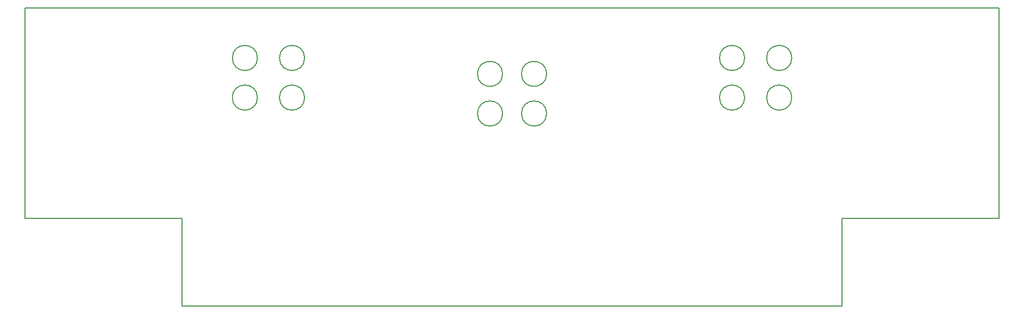
<source format=gm1>
G04 #@! TF.GenerationSoftware,KiCad,Pcbnew,(5.1.7)-1*
G04 #@! TF.CreationDate,2022-09-30T21:34:24+02:00*
G04 #@! TF.ProjectId,Endstufe,456e6473-7475-4666-952e-6b696361645f,rev?*
G04 #@! TF.SameCoordinates,Original*
G04 #@! TF.FileFunction,Profile,NP*
%FSLAX46Y46*%
G04 Gerber Fmt 4.6, Leading zero omitted, Abs format (unit mm)*
G04 Created by KiCad (PCBNEW (5.1.7)-1) date 2022-09-30 21:34:24*
%MOMM*%
%LPD*%
G01*
G04 APERTURE LIST*
G04 #@! TA.AperFunction,Profile*
%ADD10C,0.150000*%
G04 #@! TD*
G04 APERTURE END LIST*
D10*
X147000000Y-39280000D02*
G75*
G03*
X147000000Y-39280000I-2000000J0D01*
G01*
X139500000Y-39280000D02*
G75*
G03*
X139500000Y-39280000I-2000000J0D01*
G01*
X147000000Y-32960000D02*
G75*
G03*
X147000000Y-32960000I-2000000J0D01*
G01*
X139500000Y-32960000D02*
G75*
G03*
X139500000Y-32960000I-2000000J0D01*
G01*
X62000000Y-32960000D02*
G75*
G03*
X62000000Y-32960000I-2000000J0D01*
G01*
X62000000Y-39280000D02*
G75*
G03*
X62000000Y-39280000I-2000000J0D01*
G01*
X69500000Y-39280000D02*
G75*
G03*
X69500000Y-39280000I-2000000J0D01*
G01*
X69500000Y-32960000D02*
G75*
G03*
X69500000Y-32960000I-2000000J0D01*
G01*
X101000000Y-35500000D02*
G75*
G03*
X101000000Y-35500000I-2000000J0D01*
G01*
X101000000Y-41820000D02*
G75*
G03*
X101000000Y-41820000I-2000000J0D01*
G01*
X108000000Y-41820000D02*
G75*
G03*
X108000000Y-41820000I-2000000J0D01*
G01*
X108000000Y-35500000D02*
G75*
G03*
X108000000Y-35500000I-2000000J0D01*
G01*
X155000000Y-72500000D02*
X50000000Y-72500000D01*
X50000000Y-58500000D02*
X50000000Y-72500000D01*
X50000000Y-58500000D02*
X25000000Y-58500000D01*
X25000000Y-25000000D02*
X25000000Y-58500000D01*
X155000000Y-58500000D02*
X155000000Y-72500000D01*
X180000000Y-58500000D02*
X155000000Y-58500000D01*
X180000000Y-25000000D02*
X180000000Y-58500000D01*
X25000000Y-25000000D02*
X180000000Y-25000000D01*
M02*

</source>
